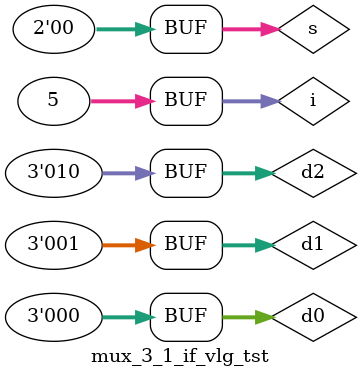
<source format=v>
`timescale 1 ps/1 ps

module mux_3_1_if_vlg_tst();

reg [1:0] s;
reg [2:0] d0; 
reg [2:0] d1;
reg [2:0] d2;

wire [2:0] y;

integer i;

mux_3_1_if dut (
	.s  (s),
	.d0 (d0),
	.d1 (d1),
	.d2 (d2),
	.y  (y)
);

initial begin 
	$monitor("s = %b d0 = %b d1 = %b d2 = %b y = %b", s, d0, d1, d2, y);
	d0 = 2'b000; d1 = 2'b001; d2 = 2'b010;
	
	for (i = 0; i <= 4; i = i + 1) begin
		#10 s = i;
	end
end

endmodule

</source>
